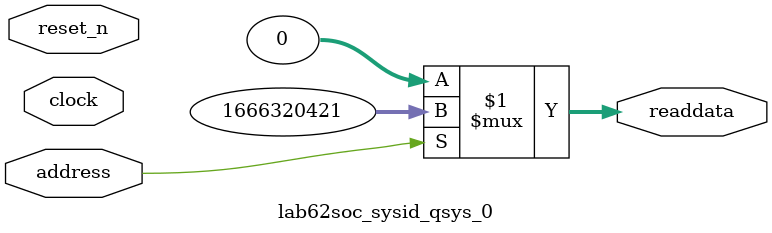
<source format=v>



// synthesis translate_off
`timescale 1ns / 1ps
// synthesis translate_on

// turn off superfluous verilog processor warnings 
// altera message_level Level1 
// altera message_off 10034 10035 10036 10037 10230 10240 10030 

module lab62soc_sysid_qsys_0 (
               // inputs:
                address,
                clock,
                reset_n,

               // outputs:
                readdata
             )
;

  output  [ 31: 0] readdata;
  input            address;
  input            clock;
  input            reset_n;

  wire    [ 31: 0] readdata;
  //control_slave, which is an e_avalon_slave
  assign readdata = address ? 1666320421 : 0;

endmodule



</source>
